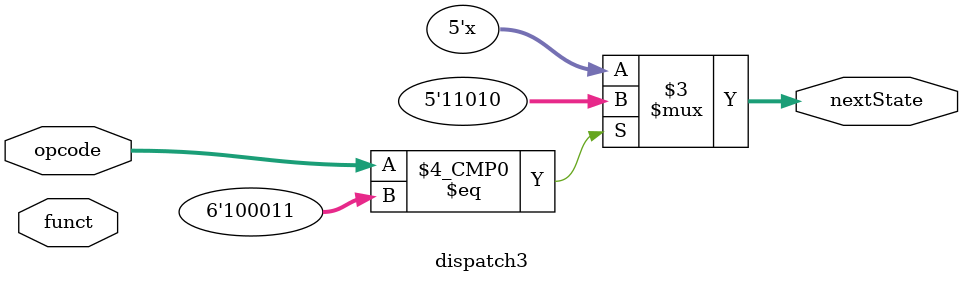
<source format=v>
module dispatch3(opcode,funct,nextState);

input[5:0] funct;
input[5:0] opcode;
output reg[4:0] nextState;

always@(*)
begin

case(opcode)
6'b100011 : nextState = 5'd26;
default : nextState = 5'bxxxxx; //dont care
endcase

end
endmodule

</source>
